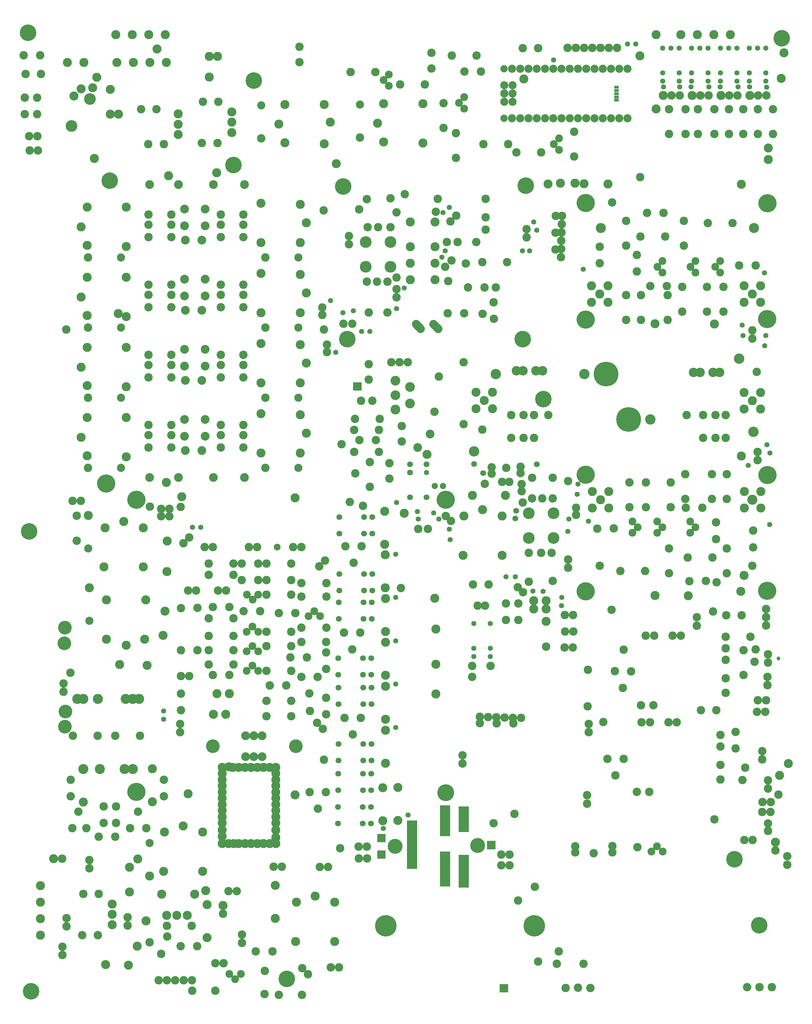
<source format=gbr>
%FSLAX34Y34*%
%MOMM*%
%LNSOLDERMASK_BOTTOM*%
G71*
G01*
%ADD10C,2.600*%
%ADD11C,2.400*%
%ADD12C,2.800*%
%ADD13C,2.600*%
%ADD14C,5.100*%
%ADD15C,1.600*%
%ADD16C,3.100*%
%ADD17C,7.600*%
%ADD18C,3.200*%
%ADD19C,2.900*%
%ADD20C,2.600*%
%ADD21C,2.600*%
%ADD22C,2.400*%
%ADD23C,2.600*%
%ADD24C,3.600*%
%ADD25C,2.800*%
%ADD26C,3.000*%
%ADD27C,1.800*%
%ADD28C,1.600*%
%ADD29C,2.700*%
%ADD30C,2.700*%
%ADD31C,2.500*%
%ADD32C,2.800*%
%ADD33C,4.200*%
%ADD34C,2.700*%
%ADD35C,2.800*%
%ADD36C,2.100*%
%ADD37C,1.600*%
%ADD38C,6.600*%
%ADD39C,4.200*%
%ADD40C,4.600*%
%ADD41C,5.600*%
%ADD42C,1.900*%
%ADD43R,1.470X0.835*%
%ADD44C,2.500*%
%ADD45C,2.250*%
%ADD46C,5.200*%
%ADD47C,1.200*%
%LPD*%
X850845Y1998771D02*
G54D10*
D03*
X850895Y2075021D02*
G54D10*
D03*
X769851Y1995371D02*
G54D10*
D03*
X769964Y1944390D02*
G54D10*
D03*
X884151Y1969971D02*
G54D10*
D03*
X884263Y1918990D02*
G54D10*
D03*
X850861Y1770171D02*
G54D10*
D03*
X850911Y1846421D02*
G54D10*
D03*
X971582Y2026785D02*
G54D10*
D03*
X895332Y2026835D02*
G54D10*
D03*
X896541Y1846421D02*
G54D10*
D03*
X896491Y1770171D02*
G54D10*
D03*
X1028644Y1998770D02*
G54D10*
D03*
X1028694Y2075020D02*
G54D10*
D03*
X925976Y1874255D02*
G54D10*
D03*
X1023541Y1871821D02*
G54D10*
D03*
X1023491Y1795571D02*
G54D10*
D03*
X1099740Y1871821D02*
G54D10*
D03*
X1099690Y1795571D02*
G54D10*
D03*
X1150540Y1871821D02*
G54D10*
D03*
X1150490Y1795571D02*
G54D10*
D03*
X1250012Y1937866D02*
G54D10*
D03*
X1199032Y1937753D02*
G54D10*
D03*
X1178558Y2068589D02*
G54D10*
D03*
X1102308Y2068639D02*
G54D10*
D03*
X963216Y1951196D02*
G54D11*
D03*
X947316Y1933621D02*
G54D11*
D03*
X963250Y1916005D02*
G54D11*
D03*
X1064816Y1951196D02*
G54D11*
D03*
X1048916Y1933621D02*
G54D11*
D03*
X1064850Y1916005D02*
G54D11*
D03*
X1141016Y1951196D02*
G54D11*
D03*
X1125116Y1933621D02*
G54D11*
D03*
X1141050Y1916005D02*
G54D11*
D03*
X744116Y1875096D02*
G54D12*
D03*
X794916Y1875096D02*
G54D12*
D03*
X769516Y1849696D02*
G54D12*
D03*
X794916Y1824296D02*
G54D12*
D03*
X744116Y1824296D02*
G54D12*
D03*
X1214016Y1875096D02*
G54D12*
D03*
X1264816Y1875096D02*
G54D12*
D03*
X1239416Y1849696D02*
G54D12*
D03*
X1264816Y1824296D02*
G54D12*
D03*
X1214016Y1824296D02*
G54D12*
D03*
X915542Y2099405D02*
G54D10*
D03*
X966522Y2099518D02*
G54D10*
D03*
X850861Y1770171D02*
G54D13*
D03*
X896491Y1770171D02*
G54D13*
D03*
X1023491Y1795571D02*
G54D13*
D03*
X1099690Y1795571D02*
G54D13*
D03*
X850861Y1770171D02*
G54D13*
D03*
X726440Y2129790D02*
G54D14*
D03*
X976776Y1874255D02*
G54D10*
D03*
X979091Y1846421D02*
G54D10*
D03*
X979041Y1770171D02*
G54D10*
D03*
X808091Y2131571D02*
G54D10*
D03*
X719316Y1925796D02*
G54D15*
D03*
X896491Y1770171D02*
G54D13*
D03*
X979041Y1770171D02*
G54D13*
D03*
X1023491Y1795571D02*
G54D13*
D03*
X1099690Y1795571D02*
G54D13*
D03*
X1286272Y2128996D02*
G54D14*
D03*
X726440Y1771014D02*
G54D14*
D03*
X1285636Y1772602D02*
G54D14*
D03*
X776466Y2052796D02*
G54D15*
D03*
X773290Y2052796D02*
G54D16*
D03*
X1245015Y2052796D02*
G54D16*
D03*
X859066Y1463555D02*
G54D17*
D03*
X789216Y1603256D02*
G54D17*
D03*
X722541Y1603255D02*
G54D18*
D03*
X925741Y1463555D02*
G54D18*
D03*
X513666Y1613355D02*
G54D19*
D03*
X593666Y1613355D02*
G54D20*
D03*
X1058666Y1608355D02*
G54D20*
D03*
X1138666Y1608355D02*
G54D20*
D03*
X593666Y1613355D02*
G54D19*
D03*
X1058666Y1608355D02*
G54D19*
D03*
X1138666Y1608355D02*
G54D12*
D03*
X533666Y1613355D02*
G54D19*
D03*
X573666Y1613355D02*
G54D19*
D03*
X1078666Y1608356D02*
G54D19*
D03*
X1118666Y1608355D02*
G54D19*
D03*
X389241Y1497025D02*
G54D12*
D03*
X389241Y1547825D02*
G54D12*
D03*
X414641Y1522425D02*
G54D12*
D03*
X440041Y1547826D02*
G54D12*
D03*
X440041Y1497025D02*
G54D12*
D03*
X389241Y1495755D02*
G54D21*
D03*
X440041Y1495755D02*
G54D13*
D03*
X1214741Y1495755D02*
G54D12*
D03*
X1214741Y1546555D02*
G54D12*
D03*
X1240141Y1521155D02*
G54D12*
D03*
X1265541Y1546555D02*
G54D12*
D03*
X1265541Y1495755D02*
G54D12*
D03*
X1214741Y1495755D02*
G54D21*
D03*
X1265541Y1495755D02*
G54D13*
D03*
X1088198Y1407118D02*
G54D10*
D03*
X1088198Y1476968D02*
G54D10*
D03*
X1158048Y1407118D02*
G54D10*
D03*
X1158048Y1476968D02*
G54D10*
D03*
X1126298Y1476968D02*
G54D10*
D03*
X1126298Y1407118D02*
G54D10*
D03*
X1158049Y1407118D02*
G54D13*
D03*
X1158049Y1476968D02*
G54D13*
D03*
X497648Y1407118D02*
G54D10*
D03*
X497648Y1476968D02*
G54D10*
D03*
X567498Y1407118D02*
G54D10*
D03*
X567498Y1476968D02*
G54D10*
D03*
X535748Y1476968D02*
G54D10*
D03*
X535748Y1407118D02*
G54D10*
D03*
X567499Y1407118D02*
G54D13*
D03*
X567499Y1476968D02*
G54D13*
D03*
X1138666Y1608355D02*
G54D19*
D03*
X611949Y1476968D02*
G54D21*
D03*
X1037399Y1476968D02*
G54D21*
D03*
X1252941Y1610080D02*
G54D21*
D03*
X408391Y1432280D02*
G54D21*
D03*
X389241Y1546555D02*
G54D13*
D03*
X440041Y1546556D02*
G54D13*
D03*
X1214741Y1546555D02*
G54D13*
D03*
X1265541Y1546555D02*
G54D13*
D03*
X1265541Y1495755D02*
G54D13*
D03*
X726440Y1293177D02*
G54D14*
D03*
X1286272Y1292384D02*
G54D14*
D03*
X726440Y934402D02*
G54D14*
D03*
X1285636Y935990D02*
G54D14*
D03*
X1240015Y1216184D02*
G54D16*
D03*
X125616Y1933256D02*
G54D22*
D03*
X125616Y2009456D02*
G54D22*
D03*
X49416Y1933256D02*
G54D22*
D03*
X125616Y1933256D02*
G54D22*
D03*
X49416Y2009456D02*
G54D22*
D03*
X49416Y1933256D02*
G54D22*
D03*
X125616Y2009456D02*
G54D22*
D03*
X49416Y2009456D02*
G54D22*
D03*
X125528Y2144479D02*
G54D10*
D03*
X125528Y2055579D02*
G54D10*
D03*
X87428Y2055579D02*
G54D10*
D03*
X55678Y2055579D02*
G54D10*
D03*
X115884Y1792689D02*
G54D10*
D03*
X52385Y1887939D02*
G54D10*
D03*
X84134Y1887939D02*
G54D10*
D03*
X115884Y1887939D02*
G54D10*
D03*
X144367Y1900228D02*
G54D10*
D03*
X52384Y2141939D02*
G54D10*
D03*
X169978Y2157179D02*
G54D10*
D03*
X332406Y2009490D02*
G54D10*
D03*
X389556Y2009490D02*
G54D10*
D03*
X418256Y2085690D02*
G54D10*
D03*
X418256Y2142840D02*
G54D10*
D03*
X357206Y1943866D02*
G54D10*
D03*
X303254Y1889984D02*
G54D10*
D03*
X357206Y1943866D02*
G54D13*
D03*
X484982Y1947918D02*
G54D10*
D03*
X408732Y1947968D02*
G54D10*
D03*
X484982Y1947918D02*
G54D13*
D03*
X364156Y1869790D02*
G54D10*
D03*
X414956Y1869790D02*
G54D10*
D03*
X414956Y1869790D02*
G54D10*
D03*
X443563Y1773684D02*
G54D10*
D03*
X443451Y1824664D02*
G54D10*
D03*
X443563Y1773684D02*
G54D10*
D03*
X418256Y2047590D02*
G54D10*
D03*
X450006Y1869790D02*
G54D10*
D03*
X299386Y2009490D02*
G54D10*
D03*
X310306Y2072990D02*
G54D10*
D03*
X186610Y2071494D02*
G54D12*
D03*
X262810Y2071494D02*
G54D12*
D03*
X186610Y1995294D02*
G54D12*
D03*
X186610Y1944494D02*
G54D12*
D03*
X186610Y1893694D02*
G54D12*
D03*
X262810Y1995294D02*
G54D12*
D03*
X262810Y1944494D02*
G54D12*
D03*
X262810Y1893694D02*
G54D12*
D03*
X262810Y2071494D02*
G54D10*
D03*
X409061Y1788691D02*
G54D10*
D03*
X352841Y1790936D02*
G54D10*
D03*
X352841Y1790936D02*
G54D10*
D03*
X302041Y1790936D02*
G54D10*
D03*
G54D23*
X272225Y1743214D02*
X258083Y1757356D01*
G54D23*
X218250Y1743214D02*
X204108Y1757356D01*
X-1984Y2028190D02*
G54D21*
D03*
X-1984Y2002790D02*
G54D21*
D03*
X271066Y2142490D02*
G54D21*
D03*
X49416Y2009456D02*
G54D24*
D03*
X49416Y1933256D02*
G54D24*
D03*
X125616Y1933256D02*
G54D24*
D03*
X125616Y2009456D02*
G54D24*
D03*
X551694Y1175054D02*
G54D22*
D03*
X551694Y1098854D02*
G54D22*
D03*
X627894Y1175054D02*
G54D22*
D03*
X551694Y1175054D02*
G54D22*
D03*
X627894Y1098854D02*
G54D22*
D03*
X627894Y1175054D02*
G54D22*
D03*
X551694Y1098854D02*
G54D22*
D03*
X627894Y1098854D02*
G54D22*
D03*
X551782Y963831D02*
G54D10*
D03*
X551782Y1052731D02*
G54D10*
D03*
X589882Y1052731D02*
G54D10*
D03*
X621632Y1052731D02*
G54D10*
D03*
X624926Y1283871D02*
G54D10*
D03*
X561426Y1283871D02*
G54D10*
D03*
X624925Y1220371D02*
G54D10*
D03*
X593176Y1220371D02*
G54D10*
D03*
X561426Y1220371D02*
G54D10*
D03*
X532943Y1208082D02*
G54D10*
D03*
X624926Y966371D02*
G54D10*
D03*
X672944Y1007095D02*
G54D21*
D03*
X672944Y1032495D02*
G54D21*
D03*
X672944Y1273795D02*
G54D21*
D03*
X627894Y1098854D02*
G54D24*
D03*
X627894Y1175054D02*
G54D24*
D03*
X551694Y1175054D02*
G54D24*
D03*
X551694Y1098854D02*
G54D24*
D03*
X348686Y1045473D02*
G54D12*
D03*
X351860Y1166123D02*
G54D12*
D03*
X469336Y1045473D02*
G54D12*
D03*
X469336Y1166123D02*
G54D12*
D03*
X409011Y1185586D02*
G54D12*
D03*
X351860Y1166123D02*
G54D25*
D03*
X377707Y1229704D02*
G54D12*
D03*
X479307Y1229704D02*
G54D12*
D03*
X566607Y905564D02*
G54D12*
D03*
X566607Y880164D02*
G54D12*
D03*
X604707Y880164D02*
G54D12*
D03*
X604707Y842064D02*
G54D12*
D03*
X519202Y897558D02*
G54D10*
D03*
X519315Y846578D02*
G54D10*
D03*
X519202Y897558D02*
G54D10*
D03*
X519314Y846577D02*
G54D10*
D03*
X481102Y897558D02*
G54D10*
D03*
X481214Y846578D02*
G54D10*
D03*
X481102Y897558D02*
G54D10*
D03*
X481214Y846577D02*
G54D10*
D03*
X604707Y905564D02*
G54D12*
D03*
X415674Y1265514D02*
G54D10*
D03*
X377707Y1229704D02*
G54D12*
D03*
X185665Y1564003D02*
G54D26*
D03*
X185665Y1513203D02*
G54D26*
D03*
X141215Y1538604D02*
G54D26*
D03*
X141215Y1494153D02*
G54D26*
D03*
X141215Y1583053D02*
G54D26*
D03*
X153915Y1640203D02*
G54D10*
D03*
X128515Y1640203D02*
G54D10*
D03*
X179315Y1640203D02*
G54D10*
D03*
X92830Y1465578D02*
G54D10*
D03*
X16580Y1465628D02*
G54D10*
D03*
X13888Y1431318D02*
G54D10*
D03*
X90138Y1431268D02*
G54D10*
D03*
X29822Y1399842D02*
G54D10*
D03*
X80802Y1399954D02*
G54D10*
D03*
X58665Y1633941D02*
G54D10*
D03*
X58665Y1586141D02*
G54D10*
D03*
X62275Y1332316D02*
G54D10*
D03*
X62225Y1256066D02*
G54D10*
D03*
X122165Y1281254D02*
G54D10*
D03*
X122165Y1329053D02*
G54D10*
D03*
X34721Y1521097D02*
G54D10*
D03*
X69821Y1521098D02*
G54D10*
D03*
X160265Y1395553D02*
G54D10*
D03*
X160265Y1443354D02*
G54D10*
D03*
X13943Y1363671D02*
G54D10*
D03*
X90193Y1363621D02*
G54D10*
D03*
X261140Y1487248D02*
G54D10*
D03*
X13888Y1431318D02*
G54D10*
D03*
X13943Y1363671D02*
G54D10*
D03*
X122165Y1281254D02*
G54D10*
D03*
X62225Y1256066D02*
G54D10*
D03*
G36*
X36615Y1578273D02*
X36615Y1552273D01*
X10615Y1552273D01*
X10615Y1578273D01*
X36615Y1578273D01*
G37*
X236465Y1325792D02*
G54D27*
D03*
X236465Y1300392D02*
G54D28*
D03*
X185665Y1325791D02*
G54D28*
D03*
X185665Y1300391D02*
G54D27*
D03*
X236465Y1224191D02*
G54D28*
D03*
X185665Y1224191D02*
G54D28*
D03*
X238497Y1356557D02*
G54D12*
D03*
X240661Y1126583D02*
G54D21*
D03*
X185665Y1325791D02*
G54D27*
D03*
X236465Y1224191D02*
G54D27*
D03*
X185665Y1224191D02*
G54D27*
D03*
X1286216Y645733D02*
G54D10*
D03*
X1286216Y671233D02*
G54D10*
D03*
X-549326Y1377104D02*
G54D10*
D03*
X-619176Y1377104D02*
G54D10*
D03*
X-549326Y1446954D02*
G54D10*
D03*
X-619176Y1446954D02*
G54D10*
D03*
X-619176Y1415204D02*
G54D10*
D03*
X-549326Y1415204D02*
G54D10*
D03*
X-505918Y1368333D02*
G54D29*
D03*
X-454936Y1368445D02*
G54D29*
D03*
X-327076Y1377104D02*
G54D10*
D03*
X-396926Y1377104D02*
G54D10*
D03*
X-327076Y1446954D02*
G54D10*
D03*
X-396926Y1446954D02*
G54D10*
D03*
X-396926Y1415204D02*
G54D10*
D03*
X-327076Y1415204D02*
G54D10*
D03*
X-444853Y1412431D02*
G54D10*
D03*
X-444966Y1463411D02*
G54D10*
D03*
X-508353Y1412431D02*
G54D10*
D03*
X-508466Y1463411D02*
G54D10*
D03*
X-327076Y1446954D02*
G54D13*
D03*
X-396926Y1446954D02*
G54D13*
D03*
X-444966Y1463412D02*
G54D30*
D03*
X-508466Y1463412D02*
G54D13*
D03*
X-549326Y1446954D02*
G54D13*
D03*
X-619176Y1446954D02*
G54D13*
D03*
X-508353Y1412431D02*
G54D29*
D03*
X-508466Y1463411D02*
G54D29*
D03*
X-444966Y1463411D02*
G54D29*
D03*
X-444853Y1412431D02*
G54D29*
D03*
X-272863Y1481396D02*
G54D12*
D03*
X-152213Y1478222D02*
G54D12*
D03*
X-272863Y1360746D02*
G54D12*
D03*
X-152213Y1360746D02*
G54D12*
D03*
X-133400Y1421071D02*
G54D12*
D03*
X-259356Y1314466D02*
G54D31*
D03*
X-157756Y1314467D02*
G54D31*
D03*
X-152213Y1478222D02*
G54D12*
D03*
X-687858Y1348658D02*
G54D12*
D03*
X-808508Y1351832D02*
G54D12*
D03*
X-687858Y1469308D02*
G54D12*
D03*
X-808508Y1469308D02*
G54D12*
D03*
X-827320Y1408983D02*
G54D12*
D03*
X-808507Y1351832D02*
G54D12*
D03*
X-808508Y1469308D02*
G54D12*
D03*
X-805456Y1314466D02*
G54D31*
D03*
X-703856Y1314467D02*
G54D31*
D03*
X-259356Y1314466D02*
G54D10*
D03*
X-805456Y1314466D02*
G54D10*
D03*
X-549326Y1593004D02*
G54D10*
D03*
X-619176Y1593004D02*
G54D10*
D03*
X-549326Y1662854D02*
G54D10*
D03*
X-619176Y1662854D02*
G54D10*
D03*
X-619176Y1631104D02*
G54D10*
D03*
X-549326Y1631104D02*
G54D10*
D03*
X-505918Y1584233D02*
G54D29*
D03*
X-454936Y1584345D02*
G54D29*
D03*
X-327076Y1593004D02*
G54D10*
D03*
X-396926Y1593004D02*
G54D10*
D03*
X-327076Y1662854D02*
G54D10*
D03*
X-396926Y1662854D02*
G54D10*
D03*
X-396926Y1631104D02*
G54D10*
D03*
X-327076Y1631104D02*
G54D10*
D03*
X-444853Y1628331D02*
G54D10*
D03*
X-444966Y1679312D02*
G54D10*
D03*
X-508353Y1628331D02*
G54D10*
D03*
X-508466Y1679311D02*
G54D10*
D03*
X-327076Y1662854D02*
G54D13*
D03*
X-396926Y1662854D02*
G54D13*
D03*
X-444966Y1679312D02*
G54D30*
D03*
X-508466Y1679312D02*
G54D13*
D03*
X-549326Y1662854D02*
G54D13*
D03*
X-619176Y1662854D02*
G54D13*
D03*
X-508353Y1628331D02*
G54D29*
D03*
X-508466Y1679311D02*
G54D29*
D03*
X-444966Y1679312D02*
G54D29*
D03*
X-444853Y1628331D02*
G54D29*
D03*
X-272863Y1697296D02*
G54D12*
D03*
X-152213Y1694122D02*
G54D12*
D03*
X-272863Y1576646D02*
G54D12*
D03*
X-152213Y1576646D02*
G54D12*
D03*
X-133400Y1636971D02*
G54D12*
D03*
X-259356Y1530366D02*
G54D31*
D03*
X-157756Y1530367D02*
G54D31*
D03*
X-152213Y1694122D02*
G54D12*
D03*
X-687858Y1564558D02*
G54D12*
D03*
X-808508Y1567732D02*
G54D12*
D03*
X-687858Y1685208D02*
G54D12*
D03*
X-808508Y1685208D02*
G54D12*
D03*
X-827320Y1624883D02*
G54D12*
D03*
X-808507Y1567731D02*
G54D12*
D03*
X-808508Y1685208D02*
G54D12*
D03*
X-805456Y1530366D02*
G54D31*
D03*
X-703856Y1530367D02*
G54D31*
D03*
X-259356Y1530366D02*
G54D10*
D03*
X-805456Y1530366D02*
G54D10*
D03*
X-549326Y1808904D02*
G54D10*
D03*
X-619176Y1808904D02*
G54D10*
D03*
X-549326Y1878754D02*
G54D10*
D03*
X-619176Y1878754D02*
G54D10*
D03*
X-619176Y1847004D02*
G54D10*
D03*
X-549326Y1847004D02*
G54D10*
D03*
X-505918Y1800133D02*
G54D29*
D03*
X-454936Y1800245D02*
G54D29*
D03*
X-327076Y1808904D02*
G54D10*
D03*
X-396926Y1808904D02*
G54D10*
D03*
X-327076Y1878754D02*
G54D10*
D03*
X-396926Y1878754D02*
G54D10*
D03*
X-396926Y1847004D02*
G54D10*
D03*
X-327076Y1847004D02*
G54D10*
D03*
X-444853Y1844231D02*
G54D10*
D03*
X-444966Y1895212D02*
G54D10*
D03*
X-508353Y1844231D02*
G54D10*
D03*
X-508466Y1895212D02*
G54D10*
D03*
X-327076Y1878754D02*
G54D13*
D03*
X-396926Y1878754D02*
G54D13*
D03*
X-444966Y1895212D02*
G54D30*
D03*
X-508466Y1895212D02*
G54D13*
D03*
X-549326Y1878754D02*
G54D13*
D03*
X-619176Y1878754D02*
G54D13*
D03*
X-508353Y1844231D02*
G54D29*
D03*
X-508466Y1895212D02*
G54D29*
D03*
X-444966Y1895212D02*
G54D29*
D03*
X-444853Y1844231D02*
G54D29*
D03*
X-272863Y1913196D02*
G54D12*
D03*
X-152213Y1910022D02*
G54D12*
D03*
X-272863Y1792546D02*
G54D12*
D03*
X-152213Y1792546D02*
G54D12*
D03*
X-133400Y1852871D02*
G54D12*
D03*
X-259356Y1746266D02*
G54D31*
D03*
X-157756Y1746266D02*
G54D31*
D03*
X-152213Y1910022D02*
G54D12*
D03*
X-687858Y1780458D02*
G54D12*
D03*
X-808508Y1783632D02*
G54D12*
D03*
X-687858Y1901108D02*
G54D12*
D03*
X-808508Y1901108D02*
G54D12*
D03*
X-827320Y1840783D02*
G54D12*
D03*
X-808507Y1783632D02*
G54D12*
D03*
X-808508Y1901108D02*
G54D12*
D03*
X-805456Y1746266D02*
G54D31*
D03*
X-703856Y1746266D02*
G54D31*
D03*
X-259356Y1746266D02*
G54D10*
D03*
X-805456Y1746266D02*
G54D10*
D03*
X-549326Y2024804D02*
G54D10*
D03*
X-619176Y2024804D02*
G54D10*
D03*
X-549326Y2094654D02*
G54D10*
D03*
X-619176Y2094654D02*
G54D10*
D03*
X-619176Y2062904D02*
G54D10*
D03*
X-549326Y2062904D02*
G54D10*
D03*
X-505918Y2016033D02*
G54D29*
D03*
X-454936Y2016145D02*
G54D29*
D03*
X-327076Y2024804D02*
G54D10*
D03*
X-396926Y2024804D02*
G54D10*
D03*
X-327076Y2094654D02*
G54D10*
D03*
X-396926Y2094654D02*
G54D10*
D03*
X-396926Y2062904D02*
G54D10*
D03*
X-327076Y2062904D02*
G54D10*
D03*
X-444853Y2060131D02*
G54D10*
D03*
X-444966Y2111112D02*
G54D10*
D03*
X-508353Y2060131D02*
G54D10*
D03*
X-508466Y2111111D02*
G54D10*
D03*
X-327076Y2094654D02*
G54D13*
D03*
X-396926Y2094654D02*
G54D13*
D03*
X-444966Y2111112D02*
G54D30*
D03*
X-508466Y2111112D02*
G54D13*
D03*
X-549326Y2094654D02*
G54D13*
D03*
X-619176Y2094654D02*
G54D13*
D03*
X-508353Y2060131D02*
G54D29*
D03*
X-508466Y2111111D02*
G54D29*
D03*
X-444966Y2111111D02*
G54D29*
D03*
X-444853Y2060131D02*
G54D29*
D03*
X-272863Y2129096D02*
G54D12*
D03*
X-152213Y2125922D02*
G54D12*
D03*
X-272863Y2008446D02*
G54D12*
D03*
X-152213Y2008446D02*
G54D12*
D03*
X-133400Y2068771D02*
G54D12*
D03*
X-259356Y1962166D02*
G54D31*
D03*
X-157756Y1962166D02*
G54D31*
D03*
X-152213Y2125922D02*
G54D12*
D03*
X-687858Y1996358D02*
G54D12*
D03*
X-808508Y1999532D02*
G54D12*
D03*
X-687858Y2117008D02*
G54D12*
D03*
X-808508Y2117008D02*
G54D12*
D03*
X-827320Y2056683D02*
G54D12*
D03*
X-808507Y1999532D02*
G54D12*
D03*
X-808508Y2117008D02*
G54D12*
D03*
X-805456Y1962166D02*
G54D31*
D03*
X-703856Y1962166D02*
G54D31*
D03*
X-259356Y1962166D02*
G54D10*
D03*
X-805456Y1962166D02*
G54D10*
D03*
X-324202Y1285431D02*
G54D29*
D03*
X-324202Y1285431D02*
G54D29*
D03*
X-419452Y1285431D02*
G54D29*
D03*
X-419452Y1285431D02*
G54D29*
D03*
X-527402Y1285431D02*
G54D29*
D03*
X-527402Y1285431D02*
G54D29*
D03*
X-616302Y1285431D02*
G54D29*
D03*
X-616302Y1285431D02*
G54D29*
D03*
X-324202Y2187131D02*
G54D29*
D03*
X-324202Y2187131D02*
G54D29*
D03*
X-419452Y2187131D02*
G54D29*
D03*
X-419452Y2187131D02*
G54D29*
D03*
X-527402Y2187131D02*
G54D29*
D03*
X-527402Y2187131D02*
G54D29*
D03*
X-616302Y2187131D02*
G54D29*
D03*
X-616302Y2187131D02*
G54D29*
D03*
X-872938Y1740601D02*
G54D21*
D03*
X-79188Y1740601D02*
G54D21*
D03*
X532764Y1710690D02*
G54D14*
D03*
X542290Y2183764D02*
G54D14*
D03*
X542289Y2183765D02*
G54D14*
D03*
X-6986Y1710690D02*
G54D14*
D03*
X-19686Y2180590D02*
G54D14*
D03*
X-628039Y907915D02*
G54D12*
D03*
X-631213Y787265D02*
G54D12*
D03*
X-748688Y907915D02*
G54D12*
D03*
X-748688Y787265D02*
G54D12*
D03*
X-688364Y768452D02*
G54D12*
D03*
X-756238Y1009784D02*
G54D12*
D03*
X-753064Y1130434D02*
G54D12*
D03*
X-635588Y1009784D02*
G54D12*
D03*
X-635589Y1130434D02*
G54D12*
D03*
X-695914Y1149722D02*
G54D12*
D03*
X-801318Y945208D02*
G54D31*
D03*
X-801318Y843608D02*
G54D31*
D03*
X-801318Y945208D02*
G54D10*
D03*
X-801318Y945208D02*
G54D12*
D03*
X-805116Y1168404D02*
G54D31*
D03*
X-805116Y1066803D02*
G54D31*
D03*
X-805116Y1168404D02*
G54D10*
D03*
X-805116Y1168404D02*
G54D12*
D03*
X-631213Y787265D02*
G54D12*
D03*
X-635589Y1130434D02*
G54D12*
D03*
X-753064Y1130434D02*
G54D12*
D03*
X-635589Y1130434D02*
G54D12*
D03*
X-656828Y1216184D02*
G54D14*
D03*
X295672Y1216184D02*
G54D14*
D03*
X-656828Y317659D02*
G54D14*
D03*
X295672Y314484D02*
G54D14*
D03*
X379727Y955864D02*
G54D10*
D03*
X427527Y955864D02*
G54D10*
D03*
X379727Y955865D02*
G54D10*
D03*
X1288323Y740274D02*
G54D21*
D03*
X1288324Y714874D02*
G54D21*
D03*
X1288323Y352924D02*
G54D21*
D03*
X1288324Y327524D02*
G54D21*
D03*
X1257139Y599024D02*
G54D21*
D03*
X1282539Y599024D02*
G54D21*
D03*
X261705Y913683D02*
G54D32*
D03*
X264880Y818433D02*
G54D32*
D03*
X264880Y710483D02*
G54D32*
D03*
X264880Y618408D02*
G54D32*
D03*
X-165690Y457945D02*
G54D33*
D03*
X-421390Y457845D02*
G54D33*
D03*
X-320664Y489770D02*
G54D34*
D03*
X-295290Y489645D02*
G54D34*
D03*
X-269846Y489670D02*
G54D34*
D03*
X-72584Y556029D02*
G54D10*
D03*
X-72759Y607021D02*
G54D10*
D03*
X-370514Y619895D02*
G54D35*
D03*
X-419914Y555795D02*
G54D35*
D03*
X-381914Y555795D02*
G54D35*
D03*
X-408614Y619895D02*
G54D35*
D03*
X-519790Y569045D02*
G54D10*
D03*
X-519914Y619962D02*
G54D10*
D03*
X-256264Y597620D02*
G54D10*
D03*
X-180014Y597570D02*
G54D10*
D03*
X-522364Y500920D02*
G54D10*
D03*
X-522364Y526420D02*
G54D10*
D03*
X-256264Y549995D02*
G54D10*
D03*
X-180015Y549945D02*
G54D10*
D03*
X-281664Y969095D02*
G54D10*
D03*
X-332581Y968970D02*
G54D10*
D03*
X-316590Y924645D02*
G54D11*
D03*
X-299014Y908745D02*
G54D11*
D03*
X-281398Y924680D02*
G54D11*
D03*
X-310240Y1070695D02*
G54D10*
D03*
X-284814Y1070745D02*
G54D10*
D03*
X-256264Y924645D02*
G54D10*
D03*
X-180090Y924645D02*
G54D10*
D03*
X-434064Y984970D02*
G54D10*
D03*
X-357814Y984920D02*
G54D10*
D03*
X-275314Y873845D02*
G54D10*
D03*
X-326231Y873720D02*
G54D10*
D03*
X-281664Y810345D02*
G54D11*
D03*
X-299264Y826245D02*
G54D11*
D03*
X-316856Y810310D02*
G54D11*
D03*
X-281290Y749945D02*
G54D11*
D03*
X-299264Y765920D02*
G54D11*
D03*
X-316856Y749985D02*
G54D11*
D03*
X-256264Y810345D02*
G54D10*
D03*
X-180090Y810345D02*
G54D10*
D03*
X-281665Y689645D02*
G54D11*
D03*
X-299264Y705595D02*
G54D11*
D03*
X-316856Y689660D02*
G54D11*
D03*
X-434064Y753195D02*
G54D10*
D03*
X-357814Y753145D02*
G54D10*
D03*
X-433856Y709016D02*
G54D10*
D03*
X-357606Y708966D02*
G54D10*
D03*
X-256264Y689695D02*
G54D10*
D03*
X-179990Y689645D02*
G54D10*
D03*
X-194944Y644905D02*
G54D10*
D03*
X-245860Y644780D02*
G54D10*
D03*
X-256264Y765895D02*
G54D10*
D03*
X-180014Y765845D02*
G54D10*
D03*
X-98989Y671045D02*
G54D21*
D03*
X-123973Y620113D02*
G54D21*
D03*
X-148872Y671160D02*
G54D21*
D03*
X-91164Y857970D02*
G54D11*
D03*
X-108965Y873770D02*
G54D11*
D03*
X-126355Y857935D02*
G54D11*
D03*
X-446764Y1070695D02*
G54D10*
D03*
X-421190Y1070645D02*
G54D10*
D03*
X-148314Y959570D02*
G54D10*
D03*
X-72064Y959520D02*
G54D10*
D03*
X-148314Y918295D02*
G54D10*
D03*
X-72064Y918245D02*
G54D10*
D03*
X-167364Y867495D02*
G54D10*
D03*
X-218281Y867370D02*
G54D10*
D03*
X-148314Y823045D02*
G54D10*
D03*
X-72064Y822995D02*
G54D10*
D03*
X-72164Y696020D02*
G54D10*
D03*
X-72277Y747000D02*
G54D10*
D03*
X-72115Y778595D02*
G54D10*
D03*
X-148390Y778645D02*
G54D10*
D03*
X-497514Y937370D02*
G54D10*
D03*
X-472652Y937058D02*
G54D10*
D03*
X-468990Y753195D02*
G54D10*
D03*
X-519964Y753045D02*
G54D10*
D03*
X-434064Y797645D02*
G54D10*
D03*
X-357814Y797595D02*
G54D10*
D03*
X-370564Y676995D02*
G54D10*
D03*
X-421540Y676845D02*
G54D10*
D03*
X-493964Y673845D02*
G54D10*
D03*
X-519264Y674145D02*
G54D10*
D03*
X-468990Y883370D02*
G54D10*
D03*
X-519964Y883270D02*
G54D10*
D03*
X-148314Y1070695D02*
G54D10*
D03*
X-173790Y1070695D02*
G54D10*
D03*
X-434064Y851620D02*
G54D10*
D03*
X-357814Y851570D02*
G54D10*
D03*
X-370590Y886570D02*
G54D10*
D03*
X-421490Y886370D02*
G54D10*
D03*
X-405490Y937345D02*
G54D10*
D03*
X-380590Y937045D02*
G54D10*
D03*
X-256264Y969095D02*
G54D10*
D03*
X-180090Y969095D02*
G54D10*
D03*
X-256264Y1019895D02*
G54D10*
D03*
X-180090Y1019945D02*
G54D10*
D03*
X-434090Y1019945D02*
G54D10*
D03*
X-357889Y1019945D02*
G54D10*
D03*
X-281664Y1019895D02*
G54D10*
D03*
X-332581Y1019770D02*
G54D10*
D03*
X-223040Y1070695D02*
G54D36*
D03*
X-182964Y731280D02*
G54D10*
D03*
X-131984Y731392D02*
G54D10*
D03*
X-122865Y565820D02*
G54D10*
D03*
X-269790Y425345D02*
G54D34*
D03*
X-295090Y425545D02*
G54D34*
D03*
X-320577Y425476D02*
G54D34*
D03*
X67460Y414034D02*
G54D28*
D03*
X42060Y414034D02*
G54D28*
D03*
X67460Y464834D02*
G54D28*
D03*
X42060Y464834D02*
G54D28*
D03*
X-34140Y414034D02*
G54D27*
D03*
X-34140Y464834D02*
G54D28*
D03*
X110069Y405150D02*
G54D12*
D03*
X110069Y506750D02*
G54D12*
D03*
X148262Y331041D02*
G54D12*
D03*
X67460Y587468D02*
G54D28*
D03*
X42060Y587469D02*
G54D28*
D03*
X67460Y638268D02*
G54D28*
D03*
X42060Y638268D02*
G54D28*
D03*
X-34140Y587468D02*
G54D28*
D03*
X-34140Y638268D02*
G54D28*
D03*
X34360Y544839D02*
G54D21*
D03*
X9377Y493906D02*
G54D21*
D03*
X-15522Y544953D02*
G54D21*
D03*
X69842Y936719D02*
G54D28*
D03*
X44442Y936718D02*
G54D28*
D03*
X69842Y987518D02*
G54D28*
D03*
X44442Y987518D02*
G54D28*
D03*
X-31758Y936718D02*
G54D28*
D03*
X-31758Y987518D02*
G54D28*
D03*
X69842Y1112137D02*
G54D28*
D03*
X44442Y1112137D02*
G54D28*
D03*
X69842Y1162938D02*
G54D28*
D03*
X44442Y1162937D02*
G54D28*
D03*
X-31758Y1112138D02*
G54D28*
D03*
X-31758Y1162937D02*
G54D28*
D03*
X36742Y1073476D02*
G54D21*
D03*
X11758Y1022544D02*
G54D21*
D03*
X-13141Y1073590D02*
G54D21*
D03*
X32773Y807173D02*
G54D21*
D03*
X7790Y756241D02*
G54D21*
D03*
X-17110Y807288D02*
G54D21*
D03*
X68254Y850200D02*
G54D28*
D03*
X42854Y850200D02*
G54D28*
D03*
X68254Y901000D02*
G54D28*
D03*
X42854Y901000D02*
G54D28*
D03*
X-33346Y850200D02*
G54D28*
D03*
X-33346Y901000D02*
G54D28*
D03*
X66667Y677956D02*
G54D28*
D03*
X41267Y677956D02*
G54D28*
D03*
X66667Y728756D02*
G54D28*
D03*
X41267Y728756D02*
G54D28*
D03*
X-34933Y677956D02*
G54D28*
D03*
X-34933Y728756D02*
G54D28*
D03*
X110069Y540485D02*
G54D12*
D03*
X110069Y642085D02*
G54D12*
D03*
X110466Y676613D02*
G54D12*
D03*
X110466Y778213D02*
G54D12*
D03*
X110466Y811154D02*
G54D12*
D03*
X110466Y912754D02*
G54D12*
D03*
X109276Y945694D02*
G54D12*
D03*
X109276Y1047294D02*
G54D12*
D03*
X107688Y1079044D02*
G54D12*
D03*
X107688Y1180644D02*
G54D12*
D03*
X157961Y944488D02*
G54D21*
D03*
X-79370Y416644D02*
G54D21*
D03*
X-34140Y464834D02*
G54D27*
D03*
X42060Y414034D02*
G54D27*
D03*
X67460Y414034D02*
G54D27*
D03*
X42060Y464834D02*
G54D27*
D03*
X67460Y464834D02*
G54D27*
D03*
X-34140Y587468D02*
G54D27*
D03*
X-34140Y638268D02*
G54D27*
D03*
X42060Y587469D02*
G54D27*
D03*
X67460Y587468D02*
G54D27*
D03*
X67460Y638268D02*
G54D27*
D03*
X42061Y638268D02*
G54D27*
D03*
X41267Y677956D02*
G54D27*
D03*
X66667Y677956D02*
G54D27*
D03*
X66667Y728756D02*
G54D27*
D03*
X41267Y728756D02*
G54D27*
D03*
X-34933Y677956D02*
G54D27*
D03*
X-34933Y728756D02*
G54D27*
D03*
X-33346Y850200D02*
G54D27*
D03*
X42854Y850200D02*
G54D27*
D03*
X-33346Y901000D02*
G54D27*
D03*
X42854Y901000D02*
G54D27*
D03*
X68254Y901000D02*
G54D27*
D03*
X68254Y850200D02*
G54D27*
D03*
X-31758Y936718D02*
G54D27*
D03*
X-31758Y987518D02*
G54D27*
D03*
X44442Y936718D02*
G54D27*
D03*
X69842Y936719D02*
G54D27*
D03*
X69842Y987518D02*
G54D27*
D03*
X44442Y987519D02*
G54D27*
D03*
X-31758Y1112138D02*
G54D27*
D03*
X-31758Y1162937D02*
G54D27*
D03*
X44442Y1112137D02*
G54D27*
D03*
X69842Y1112137D02*
G54D27*
D03*
X69842Y1162938D02*
G54D27*
D03*
X44442Y1162937D02*
G54D27*
D03*
X32773Y807173D02*
G54D21*
D03*
X36742Y1073476D02*
G54D21*
D03*
X65476Y220361D02*
G54D28*
D03*
X40076Y220361D02*
G54D28*
D03*
X65476Y271161D02*
G54D28*
D03*
X40076Y271161D02*
G54D28*
D03*
X-36124Y220361D02*
G54D27*
D03*
X-36124Y271161D02*
G54D28*
D03*
X-36124Y271161D02*
G54D27*
D03*
X40076Y220361D02*
G54D27*
D03*
X65476Y220361D02*
G54D27*
D03*
X40076Y271161D02*
G54D27*
D03*
X65476Y271161D02*
G54D27*
D03*
X-73193Y316239D02*
G54D21*
D03*
X-98176Y265306D02*
G54D21*
D03*
X-123075Y316353D02*
G54D21*
D03*
X102224Y329850D02*
G54D12*
D03*
X102224Y228251D02*
G54D12*
D03*
X148262Y331041D02*
G54D12*
D03*
X148262Y229441D02*
G54D12*
D03*
X66270Y322755D02*
G54D28*
D03*
X40870Y322755D02*
G54D28*
D03*
X66270Y373555D02*
G54D28*
D03*
X40870Y373555D02*
G54D28*
D03*
X-35330Y322754D02*
G54D27*
D03*
X-35331Y373555D02*
G54D28*
D03*
X-35331Y373555D02*
G54D27*
D03*
X40870Y322755D02*
G54D27*
D03*
X66270Y322755D02*
G54D27*
D03*
X40869Y373555D02*
G54D27*
D03*
X66270Y373555D02*
G54D27*
D03*
X-168230Y1222677D02*
G54D32*
D03*
X-168230Y308277D02*
G54D32*
D03*
X-360595Y392983D02*
G54D12*
D03*
X-227245Y259633D02*
G54D12*
D03*
X-227245Y278683D02*
G54D12*
D03*
X-227245Y297733D02*
G54D12*
D03*
X-227245Y316783D02*
G54D12*
D03*
X-227245Y335833D02*
G54D12*
D03*
X-227245Y354883D02*
G54D12*
D03*
X-227245Y373933D02*
G54D12*
D03*
X-227245Y392983D02*
G54D12*
D03*
X-227245Y240583D02*
G54D12*
D03*
X-227245Y221533D02*
G54D12*
D03*
X-227245Y221533D02*
G54D12*
D03*
X-322495Y392983D02*
G54D12*
D03*
X-303445Y392983D02*
G54D12*
D03*
X-284395Y392983D02*
G54D12*
D03*
X-265345Y392983D02*
G54D12*
D03*
X-246295Y392983D02*
G54D12*
D03*
X-341545Y392983D02*
G54D12*
D03*
X-360595Y392983D02*
G54D12*
D03*
X-227245Y392983D02*
G54D12*
D03*
X-561930Y1089327D02*
G54D12*
D03*
X167686Y1174884D02*
G54D12*
D03*
X58734Y1792689D02*
G54D10*
D03*
X688714Y810635D02*
G54D10*
D03*
X663139Y810686D02*
G54D10*
D03*
X688085Y861482D02*
G54D10*
D03*
X662510Y861532D02*
G54D10*
D03*
X1281974Y879974D02*
G54D21*
D03*
X1281974Y854574D02*
G54D21*
D03*
X1281974Y829174D02*
G54D21*
D03*
X1288324Y197349D02*
G54D21*
D03*
X610818Y2188105D02*
G54D12*
D03*
X1206182Y2187936D02*
G54D12*
D03*
X1206182Y1351323D02*
G54D12*
D03*
X794968Y2188105D02*
G54D12*
D03*
X693368Y2191280D02*
G54D12*
D03*
X507732Y249648D02*
G54D10*
D03*
X648918Y2191280D02*
G54D12*
D03*
X-59107Y1829330D02*
G54D37*
D03*
X1118968Y872507D02*
G54D10*
D03*
X1207046Y861236D02*
G54D10*
D03*
X1159246Y861236D02*
G54D10*
D03*
X1288323Y219574D02*
G54D21*
D03*
X-840184Y1166971D02*
G54D10*
D03*
X-840234Y1090721D02*
G54D10*
D03*
X-840234Y1090721D02*
G54D13*
D03*
X-840234Y1090721D02*
G54D13*
D03*
X-853119Y1213400D02*
G54D10*
D03*
X-827644Y1213400D02*
G54D10*
D03*
X8052Y1758716D02*
G54D10*
D03*
X-18935Y1758716D02*
G54D10*
D03*
X144578Y1865079D02*
G54D10*
D03*
X144578Y1839679D02*
G54D10*
D03*
X144578Y1804754D02*
G54D15*
D03*
X-20522Y1792054D02*
G54D15*
D03*
X544627Y2023830D02*
G54D10*
D03*
X544627Y2049229D02*
G54D10*
D03*
X566916Y2071846D02*
G54D15*
D03*
X1239952Y1738079D02*
G54D10*
D03*
X1239952Y1712679D02*
G54D10*
D03*
X1208266Y1754346D02*
G54D15*
D03*
X1255828Y1363429D02*
G54D10*
D03*
X1255828Y1338029D02*
G54D10*
D03*
X1284466Y1386046D02*
G54D15*
D03*
X697028Y1191979D02*
G54D10*
D03*
X697028Y1169754D02*
G54D10*
D03*
X700266Y1233646D02*
G54D15*
D03*
X674866Y1157446D02*
G54D15*
D03*
X311627Y1151172D02*
G54D10*
D03*
X295911Y1166888D02*
G54D10*
D03*
X306566Y1125696D02*
G54D15*
D03*
X274816Y1157446D02*
G54D15*
D03*
X533435Y931709D02*
G54D10*
D03*
X517720Y947424D02*
G54D10*
D03*
X509766Y979646D02*
G54D15*
D03*
X563740Y935196D02*
G54D15*
D03*
X11228Y1798404D02*
G54D15*
D03*
X576378Y2046054D02*
G54D15*
D03*
X531928Y1982554D02*
G54D15*
D03*
X554216Y1982946D02*
G54D15*
D03*
X1211378Y1722204D02*
G54D15*
D03*
X1281228Y1722204D02*
G54D15*
D03*
X1278116Y1690846D02*
G54D15*
D03*
X1293928Y1360254D02*
G54D15*
D03*
X1227316Y1322546D02*
G54D15*
D03*
X36628Y1734904D02*
G54D15*
D03*
X62028Y1734904D02*
G54D15*
D03*
X703378Y1265004D02*
G54D15*
D03*
X671628Y1118954D02*
G54D15*
D03*
X481128Y979254D02*
G54D15*
D03*
X595428Y934804D02*
G54D15*
D03*
X258878Y1176104D02*
G54D15*
D03*
X309678Y1093554D02*
G54D15*
D03*
X211316Y1157446D02*
G54D15*
D03*
X208297Y1180267D02*
G54D15*
D03*
X652578Y890354D02*
G54D15*
D03*
X652640Y916146D02*
G54D15*
D03*
X-689900Y603088D02*
G54D16*
D03*
X-775625Y603088D02*
G54D16*
D03*
X-693075Y387188D02*
G54D16*
D03*
X-769275Y387188D02*
G54D16*
D03*
X-667675Y603088D02*
G54D16*
D03*
X-820075Y603088D02*
G54D16*
D03*
X-667675Y387188D02*
G54D16*
D03*
X-820075Y387188D02*
G54D16*
D03*
X-721797Y490385D02*
G54D10*
D03*
X-645547Y490336D02*
G54D10*
D03*
X-851972Y490385D02*
G54D10*
D03*
X-775722Y490336D02*
G54D10*
D03*
X-607971Y388022D02*
G54D12*
D03*
X-607971Y286422D02*
G54D12*
D03*
X-820075Y387188D02*
G54D12*
D03*
X-820075Y285588D02*
G54D12*
D03*
X-572065Y354971D02*
G54D10*
D03*
X-571953Y303990D02*
G54D10*
D03*
X-859402Y354971D02*
G54D10*
D03*
X-859290Y303990D02*
G54D10*
D03*
X-835685Y256745D02*
G54D21*
D03*
X-810786Y205698D02*
G54D21*
D03*
X-676519Y205813D02*
G54D21*
D03*
X-651535Y256745D02*
G54D21*
D03*
X-626636Y205698D02*
G54D21*
D03*
X-719702Y272420D02*
G54D10*
D03*
X-719590Y221440D02*
G54D10*
D03*
X-757802Y272420D02*
G54D10*
D03*
X-757690Y221440D02*
G54D10*
D03*
X-721747Y179185D02*
G54D10*
D03*
X-772547Y179185D02*
G54D10*
D03*
X-839125Y603088D02*
G54D16*
D03*
X-648625Y603088D02*
G54D16*
D03*
X-854319Y205813D02*
G54D21*
D03*
X-522364Y526420D02*
G54D10*
D03*
X-881139Y625539D02*
G54D10*
D03*
X-881140Y651039D02*
G54D10*
D03*
X-569072Y873402D02*
G54D12*
D03*
X111170Y-94948D02*
G54D12*
D03*
X568370Y-94948D02*
G54D38*
D03*
X-78556Y2312484D02*
G54D12*
D03*
X-199206Y2315657D02*
G54D12*
D03*
X-78556Y2433134D02*
G54D12*
D03*
X-199206Y2433134D02*
G54D12*
D03*
X-218018Y2372808D02*
G54D12*
D03*
X-199206Y2315657D02*
G54D12*
D03*
X-272634Y2329416D02*
G54D31*
D03*
X-272634Y2431015D02*
G54D31*
D03*
X-272634Y2329415D02*
G54D10*
D03*
X-199206Y2315657D02*
G54D12*
D03*
X225470Y2314877D02*
G54D12*
D03*
X104820Y2318051D02*
G54D12*
D03*
X225470Y2435527D02*
G54D12*
D03*
X104820Y2435527D02*
G54D12*
D03*
X86008Y2375202D02*
G54D12*
D03*
X104820Y2318050D02*
G54D12*
D03*
X31392Y2331809D02*
G54D31*
D03*
X31392Y2433409D02*
G54D31*
D03*
X31392Y2331809D02*
G54D10*
D03*
X104820Y2318051D02*
G54D12*
D03*
X-786182Y2267480D02*
G54D12*
D03*
X-856834Y2367515D02*
G54D24*
D03*
X-357808Y2246712D02*
G54D14*
D03*
X-738808Y2198293D02*
G54D14*
D03*
X-749920Y1266430D02*
G54D14*
D03*
X-564521Y1269474D02*
G54D12*
D03*
X-557997Y2213469D02*
G54D12*
D03*
X-409199Y2223375D02*
G54D12*
D03*
X-563932Y-62970D02*
G54D12*
D03*
X-532182Y-62970D02*
G54D12*
D03*
X-500432Y-62970D02*
G54D12*
D03*
X-562996Y-95270D02*
G54D10*
D03*
X-486746Y-95320D02*
G54D10*
D03*
X-477084Y2157D02*
G54D12*
D03*
X-578684Y2157D02*
G54D12*
D03*
X-438984Y-131193D02*
G54D12*
D03*
X-438984Y-29593D02*
G54D12*
D03*
X-469543Y-157364D02*
G54D10*
D03*
X-520524Y-157477D02*
G54D10*
D03*
X-615792Y-146076D02*
G54D21*
D03*
X-562111Y-127728D02*
G54D21*
D03*
X-580600Y-181429D02*
G54D21*
D03*
X-443282Y13230D02*
G54D12*
D03*
X-520524Y-157477D02*
G54D21*
D03*
X-573247Y72696D02*
G54D12*
D03*
X-570073Y193346D02*
G54D12*
D03*
X-452597Y72697D02*
G54D12*
D03*
X-452597Y193346D02*
G54D12*
D03*
X-512922Y212159D02*
G54D12*
D03*
X-570074Y193346D02*
G54D12*
D03*
X-452597Y193346D02*
G54D12*
D03*
X-616434Y58116D02*
G54D31*
D03*
X-616434Y159715D02*
G54D31*
D03*
X741444Y-286167D02*
G54D10*
D03*
X665144Y-286168D02*
G54D10*
D03*
X703344Y-285373D02*
G54D10*
D03*
X111170Y-94948D02*
G54D38*
D03*
X1300244Y-283388D02*
G54D10*
D03*
X1223944Y-283389D02*
G54D10*
D03*
X1262144Y-283388D02*
G54D10*
D03*
X350765Y1449703D02*
G54D10*
D03*
X294202Y1933360D02*
G54D10*
D03*
X313820Y1952978D02*
G54D10*
D03*
X350765Y1640203D02*
G54D10*
D03*
X274565Y1595753D02*
G54D10*
D03*
X-25400Y1387475D02*
G54D10*
D03*
X0Y1209675D02*
G54D10*
D03*
X-572972Y541104D02*
G54D15*
D03*
X-572972Y566504D02*
G54D15*
D03*
X-512248Y1082460D02*
G54D10*
D03*
X-494217Y1100492D02*
G54D10*
D03*
X-484072Y1131654D02*
G54D15*
D03*
X-458672Y1131654D02*
G54D15*
D03*
X-166847Y-143204D02*
G54D12*
D03*
X-163673Y-22554D02*
G54D12*
D03*
X-46197Y-143203D02*
G54D12*
D03*
X-46197Y-22554D02*
G54D12*
D03*
X-106522Y-3741D02*
G54D12*
D03*
X-163674Y-22554D02*
G54D12*
D03*
X-46197Y-22554D02*
G54D12*
D03*
X-229407Y-72340D02*
G54D31*
D03*
X-229407Y29260D02*
G54D31*
D03*
X-684105Y-68749D02*
G54D10*
D03*
X-684105Y-94249D02*
G54D10*
D03*
X-876678Y822480D02*
G54D39*
D03*
X394097Y152559D02*
G54D40*
D03*
G36*
X366515Y250010D02*
X366515Y194010D01*
X335515Y194010D01*
X335515Y250010D01*
X366515Y250010D01*
G37*
G36*
X366515Y104359D02*
X366515Y48359D01*
X335515Y48359D01*
X335515Y104359D01*
X366515Y104359D01*
G37*
G36*
X309365Y236919D02*
X309365Y180919D01*
X278365Y180919D01*
X278365Y236919D01*
X309365Y236919D01*
G37*
G36*
X309365Y133727D02*
X309365Y77727D01*
X278365Y77727D01*
X278365Y133727D01*
X309365Y133727D01*
G37*
G36*
X207765Y229374D02*
X207765Y173374D01*
X176765Y173374D01*
X176765Y229374D01*
X207765Y229374D01*
G37*
G36*
X207765Y136109D02*
X207765Y80109D01*
X176765Y80109D01*
X176765Y136109D01*
X207765Y136109D01*
G37*
G36*
X309365Y275813D02*
X309365Y219813D01*
X278365Y219813D01*
X278365Y275813D01*
X309365Y275813D01*
G37*
G36*
X309365Y82131D02*
X309365Y26131D01*
X278365Y26131D01*
X278365Y82131D01*
X309365Y82131D01*
G37*
G36*
X207765Y180559D02*
X207765Y124559D01*
X176765Y124559D01*
X176765Y180559D01*
X207765Y180559D01*
G37*
G36*
X366515Y272633D02*
X366515Y216633D01*
X335515Y216633D01*
X335515Y272633D01*
X366515Y272633D01*
G37*
G36*
X366515Y78959D02*
X366515Y22959D01*
X335515Y22959D01*
X335515Y78959D01*
X366515Y78959D01*
G37*
X140097Y149384D02*
G54D40*
D03*
G36*
X84539Y188182D02*
X110539Y188182D01*
X110539Y162182D01*
X84539Y162182D01*
X84539Y188182D01*
G37*
G36*
X84539Y137382D02*
X110539Y137382D01*
X110539Y111382D01*
X84539Y111382D01*
X84539Y137382D01*
G37*
X-990203Y2654459D02*
G54D14*
D03*
X-294878Y2506821D02*
G54D14*
D03*
X1184672Y109696D02*
G54D14*
D03*
X-980678Y-296704D02*
G54D14*
D03*
X-193278Y-258604D02*
G54D14*
D03*
X-363129Y2410361D02*
G54D12*
D03*
X-363129Y2378611D02*
G54D12*
D03*
X-363129Y2346861D02*
G54D12*
D03*
X-454979Y2314256D02*
G54D10*
D03*
X-407179Y2314256D02*
G54D10*
D03*
X-451804Y2441256D02*
G54D10*
D03*
X-404004Y2441256D02*
G54D10*
D03*
X-528229Y2404011D02*
G54D12*
D03*
X-528229Y2372261D02*
G54D12*
D03*
X-528229Y2340511D02*
G54D12*
D03*
X-620079Y2311081D02*
G54D10*
D03*
X-572279Y2311081D02*
G54D10*
D03*
X-642304Y2419030D02*
G54D10*
D03*
X-594504Y2419031D02*
G54D10*
D03*
X-731429Y-28039D02*
G54D12*
D03*
X-731429Y-59789D02*
G54D12*
D03*
X-731429Y-91539D02*
G54D12*
D03*
X-823279Y-124144D02*
G54D10*
D03*
X-775479Y-124144D02*
G54D10*
D03*
X-820104Y2856D02*
G54D10*
D03*
X-772304Y2856D02*
G54D10*
D03*
X-616434Y58116D02*
G54D12*
D03*
X-229407Y-72340D02*
G54D12*
D03*
X-678022Y85159D02*
G54D12*
D03*
X293866Y1982946D02*
G54D15*
D03*
X284278Y1963504D02*
G54D15*
D03*
X310306Y2072990D02*
G54D10*
D03*
X328337Y2091021D02*
G54D10*
D03*
X306566Y2116296D02*
G54D15*
D03*
X287453Y2100029D02*
G54D15*
D03*
X-801764Y81820D02*
G54D10*
D03*
X-801765Y107320D02*
G54D10*
D03*
X-884314Y-184880D02*
G54D10*
D03*
X-884315Y-159380D02*
G54D10*
D03*
X-799684Y2450065D02*
G54D24*
D03*
X-911180Y111427D02*
G54D12*
D03*
X-878466Y774168D02*
G54D39*
D03*
X-717268Y2562527D02*
G54D12*
D03*
X-666468Y2562527D02*
G54D12*
D03*
X-615668Y2562527D02*
G54D12*
D03*
X-564868Y2562527D02*
G54D12*
D03*
X-869668Y2562527D02*
G54D12*
D03*
X-818868Y2562527D02*
G54D12*
D03*
X-444966Y1895212D02*
G54D29*
D03*
X-508466Y1679311D02*
G54D29*
D03*
X-444966Y1679312D02*
G54D29*
D03*
X-508466Y1463411D02*
G54D29*
D03*
X-444966Y1463411D02*
G54D29*
D03*
X167597Y1868254D02*
G54D15*
D03*
X1161231Y1067008D02*
G54D10*
D03*
X1161181Y990758D02*
G54D10*
D03*
X1242224Y1070408D02*
G54D10*
D03*
X1242112Y1121388D02*
G54D10*
D03*
X1127925Y1095808D02*
G54D10*
D03*
X1127812Y1146788D02*
G54D10*
D03*
X1161215Y1295608D02*
G54D10*
D03*
X1161165Y1219358D02*
G54D10*
D03*
X1040494Y1038994D02*
G54D10*
D03*
X1116744Y1038944D02*
G54D10*
D03*
X1115535Y1219358D02*
G54D10*
D03*
X1115585Y1295608D02*
G54D10*
D03*
X983432Y1067008D02*
G54D10*
D03*
X983382Y990759D02*
G54D10*
D03*
X1086100Y1191524D02*
G54D10*
D03*
X988535Y1193958D02*
G54D10*
D03*
X988585Y1270208D02*
G54D10*
D03*
X912335Y1193958D02*
G54D10*
D03*
X912385Y1270208D02*
G54D10*
D03*
X861535Y1193958D02*
G54D10*
D03*
X861585Y1270208D02*
G54D10*
D03*
X762064Y1127914D02*
G54D10*
D03*
X813044Y1128026D02*
G54D10*
D03*
X833518Y997190D02*
G54D10*
D03*
X909768Y997140D02*
G54D10*
D03*
X1048860Y1114582D02*
G54D11*
D03*
X1064760Y1132158D02*
G54D11*
D03*
X1048826Y1149774D02*
G54D11*
D03*
X947260Y1114583D02*
G54D11*
D03*
X963160Y1132158D02*
G54D11*
D03*
X947225Y1149774D02*
G54D11*
D03*
X871060Y1114583D02*
G54D11*
D03*
X886960Y1132158D02*
G54D11*
D03*
X871025Y1149774D02*
G54D11*
D03*
X1266372Y1191476D02*
G54D12*
D03*
X1215572Y1191476D02*
G54D12*
D03*
X1240972Y1216876D02*
G54D12*
D03*
X1215572Y1242276D02*
G54D12*
D03*
X1266372Y1242276D02*
G54D12*
D03*
X798060Y1190683D02*
G54D12*
D03*
X747260Y1190683D02*
G54D12*
D03*
X772660Y1216083D02*
G54D12*
D03*
X747260Y1241483D02*
G54D12*
D03*
X798060Y1241482D02*
G54D12*
D03*
X1096534Y966374D02*
G54D10*
D03*
X1045554Y966261D02*
G54D10*
D03*
X1161215Y1295608D02*
G54D13*
D03*
X1115585Y1295608D02*
G54D13*
D03*
X988585Y1270208D02*
G54D13*
D03*
X912385Y1270208D02*
G54D13*
D03*
X1161215Y1295608D02*
G54D13*
D03*
X1285636Y935990D02*
G54D14*
D03*
X1035300Y1191524D02*
G54D10*
D03*
X1032985Y1219358D02*
G54D10*
D03*
X1033035Y1295608D02*
G54D10*
D03*
X1292760Y1139983D02*
G54D15*
D03*
X1115585Y1295608D02*
G54D13*
D03*
X1033035Y1295608D02*
G54D13*
D03*
X988585Y1270208D02*
G54D13*
D03*
X912385Y1270208D02*
G54D13*
D03*
X725804Y936782D02*
G54D14*
D03*
X1285636Y1294764D02*
G54D14*
D03*
X726439Y1293177D02*
G54D14*
D03*
X1206182Y1351324D02*
G54D10*
D03*
X735160Y1150383D02*
G54D15*
D03*
X1239416Y1013084D02*
G54D10*
D03*
X769516Y1013084D02*
G54D10*
D03*
X805894Y877843D02*
G54D10*
D03*
X850844Y1998772D02*
G54D10*
D03*
X850894Y2075022D02*
G54D10*
D03*
X769851Y1995371D02*
G54D10*
D03*
X769963Y1944390D02*
G54D10*
D03*
X884150Y1969972D02*
G54D10*
D03*
X884262Y1918991D02*
G54D10*
D03*
X850860Y1770172D02*
G54D10*
D03*
X850910Y1846422D02*
G54D10*
D03*
X971581Y2026786D02*
G54D10*
D03*
X895331Y2026836D02*
G54D10*
D03*
X896540Y1846422D02*
G54D10*
D03*
X896490Y1770172D02*
G54D10*
D03*
X1028644Y1998770D02*
G54D10*
D03*
X1028693Y2075020D02*
G54D10*
D03*
X925975Y1874255D02*
G54D10*
D03*
X1023540Y1871822D02*
G54D10*
D03*
X1023490Y1795572D02*
G54D10*
D03*
X1099740Y1871822D02*
G54D10*
D03*
X1099690Y1795572D02*
G54D10*
D03*
X1150540Y1871822D02*
G54D10*
D03*
X1150490Y1795572D02*
G54D10*
D03*
X1250012Y1937866D02*
G54D10*
D03*
X1199031Y1937754D02*
G54D10*
D03*
X1178556Y2068590D02*
G54D10*
D03*
X1102307Y2068640D02*
G54D10*
D03*
X963215Y1951197D02*
G54D11*
D03*
X947315Y1933622D02*
G54D11*
D03*
X963249Y1916006D02*
G54D11*
D03*
X1064815Y1951196D02*
G54D11*
D03*
X1048915Y1933622D02*
G54D11*
D03*
X1064850Y1916006D02*
G54D11*
D03*
X1141015Y1951196D02*
G54D11*
D03*
X1125115Y1933622D02*
G54D11*
D03*
X1141050Y1916006D02*
G54D11*
D03*
X744115Y1875097D02*
G54D12*
D03*
X794915Y1875096D02*
G54D12*
D03*
X769515Y1849697D02*
G54D12*
D03*
X794915Y1824296D02*
G54D12*
D03*
X744115Y1824296D02*
G54D12*
D03*
X1214015Y1875096D02*
G54D12*
D03*
X1264815Y1875096D02*
G54D12*
D03*
X1239414Y1849696D02*
G54D12*
D03*
X1264814Y1824296D02*
G54D12*
D03*
X1214015Y1824296D02*
G54D12*
D03*
X915541Y2099406D02*
G54D10*
D03*
X966521Y2099518D02*
G54D10*
D03*
X850860Y1770172D02*
G54D13*
D03*
X896490Y1770172D02*
G54D13*
D03*
X1023490Y1795572D02*
G54D13*
D03*
X1099690Y1795572D02*
G54D13*
D03*
X850860Y1770172D02*
G54D13*
D03*
X726439Y2129790D02*
G54D14*
D03*
X976775Y1874255D02*
G54D10*
D03*
X979090Y1846422D02*
G54D10*
D03*
X979040Y1770172D02*
G54D10*
D03*
X808090Y2131572D02*
G54D10*
D03*
X719315Y1925797D02*
G54D15*
D03*
X896490Y1770172D02*
G54D13*
D03*
X979040Y1770172D02*
G54D13*
D03*
X1023490Y1795572D02*
G54D13*
D03*
X1099690Y1795572D02*
G54D13*
D03*
X1286271Y2128996D02*
G54D14*
D03*
X726439Y1771015D02*
G54D41*
D03*
X1285636Y1772602D02*
G54D14*
D03*
X1276915Y1915397D02*
G54D15*
D03*
X-751841Y-214085D02*
G54D12*
D03*
X-681197Y-215672D02*
G54D12*
D03*
X261865Y1259203D02*
G54D42*
D03*
X287265Y1259203D02*
G54D42*
D03*
X1214205Y983533D02*
G54D12*
D03*
X-389686Y-32251D02*
G54D12*
D03*
X-876678Y517680D02*
G54D39*
D03*
X-875291Y564618D02*
G54D39*
D03*
X-389685Y-57751D02*
G54D10*
D03*
X-389686Y-32251D02*
G54D10*
D03*
X-885680Y111428D02*
G54D10*
D03*
X-911180Y111427D02*
G54D10*
D03*
X-357420Y158033D02*
G54D12*
D03*
X-227245Y177083D02*
G54D12*
D03*
X-227245Y158033D02*
G54D12*
D03*
X-322495Y158033D02*
G54D12*
D03*
X-303445Y158033D02*
G54D12*
D03*
X-284395Y158033D02*
G54D12*
D03*
X-265345Y158033D02*
G54D12*
D03*
X-246295Y158033D02*
G54D12*
D03*
X-341545Y158033D02*
G54D12*
D03*
X-227245Y158033D02*
G54D12*
D03*
X-392345Y180258D02*
G54D12*
D03*
X-392345Y199308D02*
G54D12*
D03*
X-392345Y158033D02*
G54D12*
D03*
X-392345Y335833D02*
G54D12*
D03*
X-392345Y354883D02*
G54D12*
D03*
X-392345Y373933D02*
G54D12*
D03*
X-392345Y392983D02*
G54D12*
D03*
X-392345Y278683D02*
G54D12*
D03*
X-392345Y297733D02*
G54D12*
D03*
X-392345Y316783D02*
G54D12*
D03*
X-392345Y335833D02*
G54D12*
D03*
X-392345Y221533D02*
G54D12*
D03*
X-392345Y240583D02*
G54D12*
D03*
X-392345Y259633D02*
G54D12*
D03*
X-392345Y278683D02*
G54D12*
D03*
X-372190Y394370D02*
G54D12*
D03*
X-227245Y199308D02*
G54D12*
D03*
X-373295Y158033D02*
G54D12*
D03*
X-580730Y1188959D02*
G54D10*
D03*
X-580730Y1165444D02*
G54D10*
D03*
X-555330Y1188959D02*
G54D10*
D03*
X-555330Y1165444D02*
G54D10*
D03*
X-859790Y683647D02*
G54D10*
D03*
X1123224Y232274D02*
G54D21*
D03*
X1215225Y169336D02*
G54D10*
D03*
X1240800Y169285D02*
G54D10*
D03*
X963911Y133879D02*
G54D11*
D03*
X946336Y149779D02*
G54D11*
D03*
X928720Y133844D02*
G54D11*
D03*
X809000Y131185D02*
G54D10*
D03*
X694700Y131185D02*
G54D10*
D03*
X-588174Y-262464D02*
G54D10*
D03*
X-562600Y-262515D02*
G54D10*
D03*
X-562600Y-262515D02*
G54D10*
D03*
X-537026Y-262566D02*
G54D10*
D03*
X885836Y146870D02*
G54D21*
D03*
X1311320Y162227D02*
G54D12*
D03*
X1311321Y136727D02*
G54D10*
D03*
X1311320Y162227D02*
G54D10*
D03*
X1260872Y-93504D02*
G54D14*
D03*
X-736918Y2480036D02*
G54D12*
D03*
X-952218Y28877D02*
G54D12*
D03*
X-952218Y-21923D02*
G54D12*
D03*
X-952218Y-72723D02*
G54D12*
D03*
X-952218Y-123523D02*
G54D12*
D03*
X-537026Y-262566D02*
G54D10*
D03*
X-511451Y-262616D02*
G54D10*
D03*
X-652622Y110559D02*
G54D12*
D03*
X-678022Y8959D02*
G54D12*
D03*
X-627222Y-79941D02*
G54D12*
D03*
X-654534Y-157784D02*
G54D12*
D03*
X-511451Y-262616D02*
G54D10*
D03*
X-485876Y-262666D02*
G54D10*
D03*
X-484864Y-294555D02*
G54D10*
D03*
X-413368Y-294614D02*
G54D10*
D03*
G36*
X366515Y123409D02*
X366515Y67409D01*
X335515Y67409D01*
X335515Y123409D01*
X366515Y123409D01*
G37*
X352153Y2455988D02*
G54D11*
D03*
X336253Y2438413D02*
G54D11*
D03*
X352188Y2420797D02*
G54D11*
D03*
X691449Y2272781D02*
G54D10*
D03*
X691499Y2349030D02*
G54D10*
D03*
X155451Y2495158D02*
G54D10*
D03*
X231701Y2495108D02*
G54D10*
D03*
X596264Y1526540D02*
G54D14*
D03*
X40650Y1197985D02*
G54D10*
D03*
X-29200Y143885D02*
G54D10*
D03*
X17066Y1297940D02*
G54D21*
D03*
X821785Y2486245D02*
G54D43*
D03*
X821785Y2476085D02*
G54D43*
D03*
X821785Y2466433D02*
G54D43*
D03*
X821785Y2456273D02*
G54D43*
D03*
X821785Y2446367D02*
G54D43*
D03*
X500221Y2390741D02*
G54D44*
D03*
X525621Y2390741D02*
G54D44*
D03*
X551021Y2390741D02*
G54D44*
D03*
X576421Y2390741D02*
G54D44*
D03*
X601821Y2390741D02*
G54D44*
D03*
X627221Y2390741D02*
G54D44*
D03*
X652621Y2390741D02*
G54D44*
D03*
X678021Y2390741D02*
G54D44*
D03*
X703421Y2390741D02*
G54D44*
D03*
X728821Y2390741D02*
G54D44*
D03*
X754221Y2390741D02*
G54D44*
D03*
X779621Y2390741D02*
G54D44*
D03*
X805021Y2390741D02*
G54D44*
D03*
X830421Y2390741D02*
G54D44*
D03*
X855821Y2390741D02*
G54D44*
D03*
X500221Y2543141D02*
G54D44*
D03*
X525621Y2543141D02*
G54D44*
D03*
X551021Y2543141D02*
G54D44*
D03*
X576421Y2543141D02*
G54D44*
D03*
X601821Y2543141D02*
G54D44*
D03*
X627221Y2543141D02*
G54D44*
D03*
X652621Y2543141D02*
G54D44*
D03*
X678021Y2543141D02*
G54D44*
D03*
X703421Y2543141D02*
G54D44*
D03*
X728821Y2543141D02*
G54D44*
D03*
X754221Y2543141D02*
G54D44*
D03*
X779621Y2543141D02*
G54D44*
D03*
X805021Y2543141D02*
G54D44*
D03*
X830421Y2543141D02*
G54D44*
D03*
X855821Y2543141D02*
G54D44*
D03*
X474980Y2543300D02*
G54D45*
D03*
X474980Y2390900D02*
G54D45*
D03*
X501237Y2492087D02*
G54D44*
D03*
X475837Y2492087D02*
G54D44*
D03*
X501237Y2466687D02*
G54D44*
D03*
X475837Y2466687D02*
G54D44*
D03*
X501237Y2441287D02*
G54D44*
D03*
X475837Y2441287D02*
G54D44*
D03*
X-59506Y2379157D02*
G54D12*
D03*
X79315Y2533174D02*
G54D10*
D03*
X3065Y2533225D02*
G54D10*
D03*
X288889Y2437447D02*
G54D10*
D03*
X288839Y2361197D02*
G54D10*
D03*
X326989Y2345372D02*
G54D10*
D03*
X326938Y2269122D02*
G54D10*
D03*
X-41230Y2251377D02*
G54D12*
D03*
X536620Y2511727D02*
G54D12*
D03*
X314201Y2584058D02*
G54D10*
D03*
X390451Y2584008D02*
G54D10*
D03*
X251590Y2544314D02*
G54D10*
D03*
X251590Y2592114D02*
G54D10*
D03*
X404000Y2534732D02*
G54D10*
D03*
X353019Y2534620D02*
G54D10*
D03*
X644253Y2328988D02*
G54D11*
D03*
X628353Y2311413D02*
G54D11*
D03*
X644288Y2293797D02*
G54D11*
D03*
X513659Y2285554D02*
G54D10*
D03*
X589909Y2285504D02*
G54D10*
D03*
X412059Y2310954D02*
G54D10*
D03*
X488309Y2310904D02*
G54D10*
D03*
X894659Y2209354D02*
G54D10*
D03*
X1347304Y93299D02*
G54D10*
D03*
X1347303Y118799D02*
G54D10*
D03*
X1330722Y2637546D02*
G54D14*
D03*
X-987028Y1119346D02*
G54D14*
D03*
X-826692Y2481677D02*
G54D12*
D03*
X-849143Y2459226D02*
G54D12*
D03*
X-779067Y2516602D02*
G54D12*
D03*
X-791767Y2484852D02*
G54D12*
D03*
X209198Y1377506D02*
G54D29*
D03*
X247298Y1418781D02*
G54D29*
D03*
X120378Y2525838D02*
G54D11*
D03*
X104478Y2508263D02*
G54D11*
D03*
X120413Y2490647D02*
G54D11*
D03*
X-736918Y2403836D02*
G54D12*
D03*
X-711518Y2403836D02*
G54D12*
D03*
X-432118Y2581636D02*
G54D12*
D03*
X-406718Y2581636D02*
G54D12*
D03*
X-432118Y2518136D02*
G54D12*
D03*
X-154810Y2563364D02*
G54D10*
D03*
X-154810Y2611164D02*
G54D10*
D03*
X-370423Y-243232D02*
G54D11*
D03*
X-352848Y-259132D02*
G54D11*
D03*
X-335232Y-243197D02*
G54D11*
D03*
X-218164Y-307255D02*
G54D10*
D03*
X-146668Y-307313D02*
G54D10*
D03*
X-261742Y-233444D02*
G54D10*
D03*
X-261799Y-304941D02*
G54D10*
D03*
X141403Y1049104D02*
G54D15*
D03*
X144578Y1207854D02*
G54D15*
D03*
X141403Y915754D02*
G54D15*
D03*
X141403Y782404D02*
G54D15*
D03*
X141403Y649054D02*
G54D15*
D03*
X141403Y515704D02*
G54D15*
D03*
X103303Y204554D02*
G54D15*
D03*
X179503Y245829D02*
G54D15*
D03*
X-720442Y2648252D02*
G54D12*
D03*
X-669642Y2648252D02*
G54D12*
D03*
X-618842Y2648252D02*
G54D12*
D03*
X-568042Y2648252D02*
G54D12*
D03*
X1019458Y2648252D02*
G54D12*
D03*
X1070258Y2648252D02*
G54D12*
D03*
X1121058Y2648252D02*
G54D12*
D03*
X1171858Y2648252D02*
G54D12*
D03*
X943258Y2648252D02*
G54D12*
D03*
X-593442Y2603802D02*
G54D12*
D03*
X963382Y2505200D02*
G54D28*
D03*
X963382Y2530600D02*
G54D28*
D03*
X1014182Y2505200D02*
G54D28*
D03*
X1014182Y2530600D02*
G54D28*
D03*
X963382Y2606800D02*
G54D28*
D03*
X1014182Y2606800D02*
G54D28*
D03*
X1052282Y2505200D02*
G54D28*
D03*
X1052282Y2530600D02*
G54D28*
D03*
X1103082Y2505200D02*
G54D28*
D03*
X1103082Y2530600D02*
G54D28*
D03*
X1052282Y2606800D02*
G54D28*
D03*
X1103082Y2606800D02*
G54D28*
D03*
X1141182Y2505200D02*
G54D28*
D03*
X1141182Y2530600D02*
G54D28*
D03*
X1191982Y2505200D02*
G54D28*
D03*
X1191982Y2530600D02*
G54D28*
D03*
X1141182Y2606800D02*
G54D28*
D03*
X1191982Y2606800D02*
G54D28*
D03*
X1230082Y2505200D02*
G54D28*
D03*
X1230082Y2530600D02*
G54D28*
D03*
X1280882Y2505200D02*
G54D28*
D03*
X1280882Y2530600D02*
G54D28*
D03*
X1230082Y2606800D02*
G54D28*
D03*
X1280882Y2606800D02*
G54D28*
D03*
X943258Y2419652D02*
G54D12*
D03*
X983549Y2342631D02*
G54D10*
D03*
X983599Y2418880D02*
G54D10*
D03*
X1072449Y2342631D02*
G54D10*
D03*
X1072499Y2418880D02*
G54D10*
D03*
X1167699Y2342631D02*
G54D10*
D03*
X1167749Y2418880D02*
G54D10*
D03*
X1123249Y2342631D02*
G54D10*
D03*
X1123299Y2418880D02*
G54D10*
D03*
X1034349Y2342631D02*
G54D10*
D03*
X1034399Y2418880D02*
G54D10*
D03*
X1212149Y2342631D02*
G54D10*
D03*
X1212199Y2418880D02*
G54D10*
D03*
X1303589Y2342631D02*
G54D10*
D03*
X1303639Y2418880D02*
G54D10*
D03*
X1256599Y2342631D02*
G54D10*
D03*
X1256649Y2418880D02*
G54D10*
D03*
X965200Y2460750D02*
G54D21*
D03*
X990600Y2460750D02*
G54D21*
D03*
X1016000Y2460750D02*
G54D21*
D03*
X1054100Y2460750D02*
G54D21*
D03*
X1079500Y2460750D02*
G54D21*
D03*
X1104900Y2460750D02*
G54D21*
D03*
X1143000Y2460750D02*
G54D21*
D03*
X1168400Y2460750D02*
G54D21*
D03*
X1193800Y2460750D02*
G54D21*
D03*
X1231900Y2460750D02*
G54D21*
D03*
X1257300Y2460750D02*
G54D21*
D03*
X1282700Y2460750D02*
G54D21*
D03*
X965200Y2460750D02*
G54D12*
D03*
X1054100Y2460750D02*
G54D12*
D03*
X1143000Y2460750D02*
G54D12*
D03*
X1231900Y2460750D02*
G54D12*
D03*
X965958Y2487252D02*
G54D15*
D03*
X1015958Y2487252D02*
G54D15*
D03*
X1050958Y2487252D02*
G54D15*
D03*
X1105958Y2487252D02*
G54D15*
D03*
X1140958Y2487252D02*
G54D15*
D03*
X1195958Y2487252D02*
G54D15*
D03*
X1230958Y2487252D02*
G54D15*
D03*
X1283520Y2486755D02*
G54D15*
D03*
X893258Y2583252D02*
G54D12*
D03*
X1323258Y368252D02*
G54D12*
D03*
X1328568Y2513252D02*
G54D12*
D03*
X1203985Y934208D02*
G54D12*
D03*
X939812Y1758710D02*
G54D12*
D03*
X1123168Y1757916D02*
G54D12*
D03*
X721531Y2188922D02*
G54D12*
D03*
X1285636Y1772602D02*
G54D41*
D03*
X1286272Y2128996D02*
G54D41*
D03*
X726439Y2129790D02*
G54D41*
D03*
X726440Y1293177D02*
G54D41*
D03*
X1286272Y1292384D02*
G54D41*
D03*
X1285636Y935990D02*
G54D41*
D03*
X726440Y934402D02*
G54D41*
D03*
X295672Y1216184D02*
G54D41*
D03*
X-656828Y1216184D02*
G54D41*
D03*
X-749920Y1266430D02*
G54D41*
D03*
X-656828Y317659D02*
G54D41*
D03*
X295672Y314484D02*
G54D46*
D03*
X939813Y922097D02*
G54D12*
D03*
X1042206Y921304D02*
G54D12*
D03*
X-497727Y311166D02*
G54D12*
D03*
X-516777Y1225566D02*
G54D12*
D03*
X1198791Y1650880D02*
G54D18*
D03*
X382816Y1365130D02*
G54D18*
D03*
X1243241Y1425455D02*
G54D18*
D03*
X449491Y1603255D02*
G54D18*
D03*
X394336Y890662D02*
G54D10*
D03*
X416561Y890662D02*
G54D10*
D03*
X437198Y1316112D02*
G54D10*
D03*
X437198Y1297062D02*
G54D10*
D03*
X526098Y1317700D02*
G54D10*
D03*
X526098Y1298650D02*
G54D10*
D03*
X468949Y1271662D02*
G54D10*
D03*
X491173Y1271662D02*
G54D10*
D03*
X529804Y1265046D02*
G54D10*
D03*
X529804Y1242821D02*
G54D10*
D03*
X576378Y1325329D02*
G54D27*
D03*
X382703Y1326917D02*
G54D27*
D03*
X509703Y1158642D02*
G54D27*
D03*
X512878Y1182454D02*
G54D27*
D03*
X411278Y1298342D02*
G54D27*
D03*
X482444Y1315070D02*
G54D21*
D03*
X-713020Y1789983D02*
G54D12*
D03*
X-997904Y2526980D02*
G54D10*
D03*
X-950104Y2526981D02*
G54D10*
D03*
X532446Y2606356D02*
G54D10*
D03*
X580246Y2606356D02*
G54D10*
D03*
X627698Y2570237D02*
G54D15*
D03*
X-962542Y2403687D02*
G54D10*
D03*
X-962654Y2454667D02*
G54D10*
D03*
X-1000642Y2403687D02*
G54D10*
D03*
X-1000754Y2454667D02*
G54D10*
D03*
X-1004134Y2584714D02*
G54D10*
D03*
X-953154Y2584826D02*
G54D10*
D03*
X-84023Y1785704D02*
G54D10*
D03*
X-84023Y1807929D02*
G54D10*
D03*
X-69735Y1671404D02*
G54D10*
D03*
X-69735Y1693629D02*
G54D10*
D03*
X-43232Y1670580D02*
G54D37*
D03*
X144578Y2101616D02*
G54D10*
D03*
X265228Y2103204D02*
G54D10*
D03*
X-959508Y2291754D02*
G54D10*
D03*
X-984907Y2291754D02*
G54D10*
D03*
X-986946Y2335794D02*
G54D10*
D03*
X-961547Y2335794D02*
G54D10*
D03*
X-871422Y-97070D02*
G54D10*
D03*
X-871422Y-71671D02*
G54D10*
D03*
X670434Y2607952D02*
G54D10*
D03*
X695834Y2607952D02*
G54D10*
D03*
X721234Y2607952D02*
G54D10*
D03*
X746634Y2607952D02*
G54D10*
D03*
X772034Y2607952D02*
G54D10*
D03*
X797434Y2607952D02*
G54D10*
D03*
X822834Y2607952D02*
G54D10*
D03*
X695834Y2607952D02*
G54D10*
D03*
X1336908Y2592627D02*
G54D12*
D03*
X382357Y733550D02*
G54D28*
D03*
X382357Y758950D02*
G54D28*
D03*
X433157Y733550D02*
G54D28*
D03*
X433157Y758950D02*
G54D28*
D03*
X382357Y835150D02*
G54D28*
D03*
X433157Y835150D02*
G54D28*
D03*
X376727Y705039D02*
G54D10*
D03*
X433877Y705039D02*
G54D10*
D03*
X376727Y670908D02*
G54D10*
D03*
X654153Y2089895D02*
G54D10*
D03*
X653359Y2064495D02*
G54D10*
D03*
X653360Y2064496D02*
G54D10*
D03*
X652565Y2039095D02*
G54D10*
D03*
X652565Y2039095D02*
G54D10*
D03*
X651772Y2013695D02*
G54D10*
D03*
X651772Y2013696D02*
G54D10*
D03*
X650978Y1988295D02*
G54D10*
D03*
X650978Y1988295D02*
G54D10*
D03*
X650184Y1962896D02*
G54D10*
D03*
X634706Y2089895D02*
G54D10*
D03*
X633912Y2038302D02*
G54D10*
D03*
X633515Y1987104D02*
G54D10*
D03*
X-615655Y1195606D02*
G54D10*
D03*
X-520405Y1194812D02*
G54D10*
D03*
X1129574Y962524D02*
G54D21*
D03*
X1212429Y677090D02*
G54D10*
D03*
X1212479Y753340D02*
G54D10*
D03*
X1320073Y727574D02*
G54D47*
D03*
X1212479Y753340D02*
G54D10*
D03*
X1212429Y677090D02*
G54D10*
D03*
X1157465Y724059D02*
G54D10*
D03*
X1157465Y758984D02*
G54D10*
D03*
X1157465Y666909D02*
G54D10*
D03*
X1157465Y622459D02*
G54D10*
D03*
X897115Y584359D02*
G54D10*
D03*
X935215Y584359D02*
G54D10*
D03*
X1157832Y795188D02*
G54D10*
D03*
X1234082Y795138D02*
G54D10*
D03*
X1249540Y755809D02*
G54D10*
D03*
X1246762Y717709D02*
G54D10*
D03*
X1081402Y568514D02*
G54D10*
D03*
X1129202Y568514D02*
G54D10*
D03*
X1081402Y568514D02*
G54D10*
D03*
X911624Y798050D02*
G54D10*
D03*
X937124Y798050D02*
G54D10*
D03*
X994174Y798050D02*
G54D10*
D03*
X1019674Y798050D02*
G54D10*
D03*
X1253962Y564099D02*
G54D21*
D03*
X1279362Y564100D02*
G54D21*
D03*
X1141590Y457359D02*
G54D10*
D03*
X1141590Y492284D02*
G54D10*
D03*
X1141590Y400209D02*
G54D10*
D03*
X1141590Y355759D02*
G54D10*
D03*
X884415Y317659D02*
G54D10*
D03*
X922515Y317659D02*
G54D10*
D03*
X898924Y531350D02*
G54D10*
D03*
X924424Y531350D02*
G54D10*
D03*
X981474Y531350D02*
G54D10*
D03*
X1006974Y531350D02*
G54D10*
D03*
X1270341Y417133D02*
G54D10*
D03*
X1270341Y442633D02*
G54D10*
D03*
X866211Y688508D02*
G54D21*
D03*
X841227Y637576D02*
G54D21*
D03*
X816328Y688622D02*
G54D21*
D03*
X1188250Y451283D02*
G54D10*
D03*
X1188137Y502264D02*
G54D10*
D03*
X1271426Y286286D02*
G54D21*
D03*
X1296826Y286287D02*
G54D21*
D03*
X1270632Y255726D02*
G54D21*
D03*
X1296032Y255726D02*
G54D21*
D03*
X1209456Y353774D02*
G54D10*
D03*
X1217790Y391476D02*
G54D10*
D03*
X735754Y501166D02*
G54D10*
D03*
X735804Y526741D02*
G54D10*
D03*
X730991Y281297D02*
G54D10*
D03*
X731041Y306872D02*
G54D10*
D03*
X843192Y418632D02*
G54D21*
D03*
X818208Y367700D02*
G54D21*
D03*
X793309Y418747D02*
G54D21*
D03*
X1068732Y828985D02*
G54D10*
D03*
X1068782Y854560D02*
G54D10*
D03*
X687126Y761423D02*
G54D10*
D03*
X661551Y761473D02*
G54D10*
D03*
X780746Y532795D02*
G54D10*
D03*
X732327Y580420D02*
G54D10*
D03*
X604533Y764570D02*
G54D10*
D03*
X401040Y548628D02*
G54D10*
D03*
X426441Y547834D02*
G54D10*
D03*
X426440Y547834D02*
G54D10*
D03*
X451840Y547040D02*
G54D10*
D03*
X451840Y547040D02*
G54D10*
D03*
X477241Y546247D02*
G54D10*
D03*
X477240Y546247D02*
G54D10*
D03*
X502640Y545453D02*
G54D10*
D03*
X502640Y545453D02*
G54D10*
D03*
X528040Y544660D02*
G54D10*
D03*
X401041Y529181D02*
G54D10*
D03*
X452634Y528388D02*
G54D10*
D03*
X503831Y527990D02*
G54D10*
D03*
X843953Y755400D02*
G54D10*
D03*
X733622Y693487D02*
G54D10*
D03*
X29024Y2110140D02*
G54D21*
D03*
X-80513Y2106964D02*
G54D21*
D03*
X-208620Y87116D02*
G54D10*
D03*
X-234020Y87116D02*
G54D10*
D03*
X-66539Y86321D02*
G54D10*
D03*
X-91938Y86321D02*
G54D10*
D03*
X-237933Y-173693D02*
G54D10*
D03*
X-288914Y-173805D02*
G54D10*
D03*
X-373489Y11459D02*
G54D10*
D03*
X-347988Y11460D02*
G54D10*
D03*
X694303Y149837D02*
G54D10*
D03*
X751056Y128804D02*
G54D10*
D03*
X809000Y150234D02*
G54D10*
D03*
G36*
X423073Y166356D02*
X449073Y166356D01*
X449073Y140356D01*
X423073Y140356D01*
X423073Y166356D01*
G37*
G36*
X461570Y-274176D02*
X487570Y-274176D01*
X487570Y-300176D01*
X461570Y-300176D01*
X461570Y-274176D01*
G37*
X1350401Y404258D02*
G54D12*
D03*
X53318Y112116D02*
G54D10*
D03*
X27918Y112116D02*
G54D10*
D03*
X52524Y148628D02*
G54D10*
D03*
X27124Y148628D02*
G54D10*
D03*
X492261Y91082D02*
G54D10*
D03*
X466862Y91082D02*
G54D10*
D03*
X492261Y124022D02*
G54D10*
D03*
X466862Y124022D02*
G54D10*
D03*
X881177Y2619497D02*
G54D28*
D03*
X855777Y2619496D02*
G54D28*
D03*
X988782Y2606800D02*
G54D28*
D03*
X1077682Y2606800D02*
G54D28*
D03*
X1166582Y2606800D02*
G54D28*
D03*
X1255482Y2606800D02*
G54D28*
D03*
X102224Y329850D02*
G54D12*
D03*
X110069Y405150D02*
G54D12*
D03*
X110069Y540485D02*
G54D12*
D03*
X110466Y676613D02*
G54D12*
D03*
X110466Y811154D02*
G54D12*
D03*
X109276Y945694D02*
G54D12*
D03*
X107688Y1079044D02*
G54D12*
D03*
X-388008Y-210146D02*
G54D10*
D03*
X-413407Y-210146D02*
G54D10*
D03*
X-32408Y-222846D02*
G54D10*
D03*
X-57807Y-222846D02*
G54D10*
D03*
X-100423Y529456D02*
G54D10*
D03*
X-82462Y511495D02*
G54D10*
D03*
X347778Y404580D02*
G54D10*
D03*
X347777Y429979D02*
G54D10*
D03*
X-93784Y1011703D02*
G54D10*
D03*
X-75823Y1029664D02*
G54D10*
D03*
X443028Y220430D02*
G54D10*
D03*
X1320073Y308474D02*
G54D21*
D03*
X1288732Y2299061D02*
G54D12*
D03*
X1288732Y2264136D02*
G54D12*
D03*
X-331672Y-147871D02*
G54D10*
D03*
X-331672Y-122471D02*
G54D10*
D03*
X643900Y-173616D02*
G54D10*
D03*
X580400Y-205366D02*
G54D10*
D03*
X720100Y-211716D02*
G54D10*
D03*
X637550Y-211716D02*
G54D10*
D03*
X518488Y-17248D02*
G54D10*
D03*
X570082Y24821D02*
G54D10*
D03*
X-574628Y798789D02*
G54D12*
D03*
X-562724Y995664D02*
G54D12*
D03*
X-624070Y707096D02*
G54D12*
D03*
X-708208Y709478D02*
G54D12*
D03*
X210982Y1126951D02*
G54D21*
D03*
X-229407Y29260D02*
G54D12*
D03*
X-128356Y-243720D02*
G54D10*
D03*
X-146316Y-225760D02*
G54D10*
D03*
M02*

</source>
